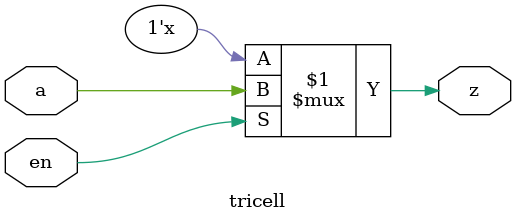
<source format=v>
module CARRY2_INTERNAL(CO, O, CI, PROP, OI, COI, GEN);
output [1:0] CO;
output [1:0] O;
input CI, COI, GEN;
input [1:0] PROP;
input [1:0] OI;
assign O = OI;
assign CO[0] = COI;
assign CO[1] = PROP[1] ? COI : GEN;
endmodule

module CARRY2_INTERNAL_INIT(CO, O, CI, PROP, OI, COI, GEN);
output [1:0] CO;
output [1:0] O;
input CI, COI, GEN;
input [1:0] PROP;
input [1:0] OI;
assign O = OI;
assign CO[0] = COI;
assign CO[1] = GEN;
endmodule

module MAPBUF_1_3(G, P, S, I);
output G, P, S;
input I;
assign G = I;
assign P = I;
assign S = I;
endmodule

module MAPBUF_3_1(O, G, P, S);
output O;
input G, P, S;
assign O = G & P & S;
endmodule

module GATE_2_1(O, I1, I0);
output O;
input I1, I0;
assign O = !I1 & !I0;
endmodule

module GATE_2_1_NOR(O, I1, I0);
output O;
input I1, I0;
assign O = !I1 & !I0;
endmodule

module GATE_2_2(O, I1, I0);
output O;
input I1, I0;
assign O = !I1 & I0;
endmodule

module GATE_2_4(O, I1, I0);
output O;
input I1, I0;
assign O = I1 & !I0;
endmodule

module GATE_2_6(O, I1, I0);
output O;
input I1, I0;
assign O = I1 ^ I0;
endmodule

module GATE_2_6_XOR(O, I1, I0);
output O;
input I1, I0;
assign O = I1 ^ I0;
endmodule

module GATE_2_7(O, I1, I0);
output O;
input I1, I0;
assign O = !I1 | !I0;
endmodule

module GATE_2_7_NAND(O, I1, I0);
output O;
input I1, I0;
assign O = !I1 | !I0;
endmodule

module GATE_2_8(O, I1, I0);
output O;
input I1, I0;
assign O = I1 & I0;
endmodule

module GATE_2_8_AND(O, I1, I0);
output O;
input I1, I0;
assign O = I1 & I0;
endmodule

module GATE_2_9(O, I1, I0);
output O;
input I1, I0;
assign O = !(I1 ^ I0);
endmodule

module GATE_2_9_XNOR(O, I1, I0);
output O;
input I1, I0;
assign O = !(I1 ^ I0);
endmodule

module GATE_2_11(O, I1, I0);
output O;
input I1, I0;
assign O = !I1 | I0;
endmodule

module GATE_2_13(O, I1, I0);
output O;
input I1, I0;
assign O = I1 | !I0;
endmodule

module MUX1(Z, A, B, S);
output Z;
input A, B, S;
assign Z = !S & B | S & A;
endmodule

module GATE_2_14(O, I1, I0);
output O;
input I1, I0;
assign O = I1 | I0;
endmodule

module GATE_2_14_OR(O, I1, I0);
output O;
input I1, I0;
assign O = I1 | I0;
endmodule

module MAPBUF(O, I);
output O;
input I;
assign O = I;
endmodule

module tricell(a, en, z);
input a, en;
output z;

assign z = en ? a : 1'bz;

endmodule

// XSIP watermark, do not delete 67d7842dbbe25473c3c32b93c0da8047785f30d78e8a024de1b57352245f9689

</source>
